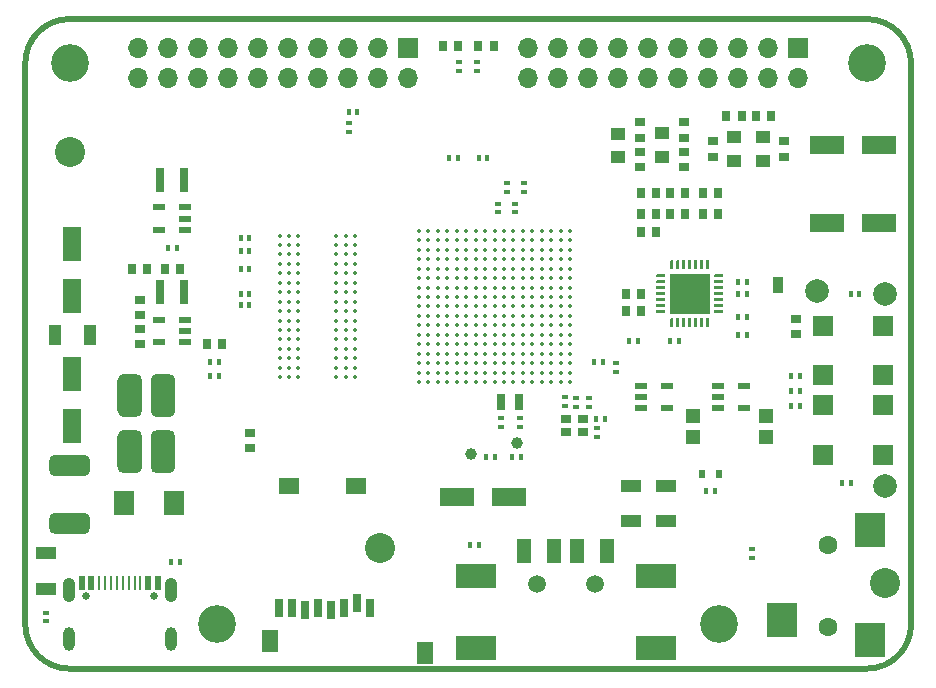
<source format=gbr>
%TF.GenerationSoftware,KiCad,Pcbnew,(5.1.10-1-10_14)*%
%TF.CreationDate,2021-07-27T15:44:47+02:00*%
%TF.ProjectId,EX-PCB-10108-001,45582d50-4342-42d3-9130-3130382d3030,A*%
%TF.SameCoordinates,Original*%
%TF.FileFunction,Soldermask,Top*%
%TF.FilePolarity,Negative*%
%FSLAX46Y46*%
G04 Gerber Fmt 4.6, Leading zero omitted, Abs format (unit mm)*
G04 Created by KiCad (PCBNEW (5.1.10-1-10_14)) date 2021-07-27 15:44:47*
%MOMM*%
%LPD*%
G01*
G04 APERTURE LIST*
%TA.AperFunction,Profile*%
%ADD10C,0.500000*%
%TD*%
%ADD11O,1.000000X2.000000*%
%ADD12O,1.050000X2.100000*%
%ADD13C,0.650000*%
%ADD14R,0.550000X1.150000*%
%ADD15R,0.250000X1.150000*%
%ADD16R,0.900000X0.800000*%
%ADD17R,0.510000X0.450000*%
%ADD18R,0.450000X0.510000*%
%ADD19C,1.000000*%
%ADD20R,0.810000X0.710000*%
%ADD21R,0.800000X1.500000*%
%ADD22R,1.400000X1.900000*%
%ADD23R,1.800000X1.400000*%
%ADD24R,0.710000X0.810000*%
%ADD25R,3.350000X3.350000*%
%ADD26R,1.060000X0.500000*%
%ADD27C,2.000000*%
%ADD28C,2.540000*%
%ADD29R,1.250000X1.150000*%
%ADD30R,1.800000X1.070000*%
%ADD31R,0.600000X0.700000*%
%ADD32R,1.250000X1.000000*%
%ADD33R,3.000000X1.600000*%
%ADD34R,2.550000X2.900000*%
%ADD35C,1.600000*%
%ADD36R,1.700000X1.700000*%
%ADD37O,1.700000X1.700000*%
%ADD38C,1.500000*%
%ADD39R,1.250000X2.000000*%
%ADD40R,3.500000X2.000000*%
%ADD41C,3.200000*%
%ADD42C,0.350000*%
%ADD43R,1.800000X1.800000*%
%ADD44R,1.070000X1.800000*%
%ADD45R,1.750000X2.000000*%
%ADD46R,1.600000X3.000000*%
%ADD47R,0.800000X2.000000*%
%ADD48R,0.700000X1.400000*%
G04 APERTURE END LIST*
D10*
X117700000Y-81500000D02*
G75*
G02*
X121450000Y-85250000I0J-3750000D01*
G01*
X46450000Y-85250000D02*
G75*
G02*
X50200000Y-81500000I3750000J0D01*
G01*
X50200000Y-136500000D02*
G75*
G02*
X46450000Y-132750000I0J3750000D01*
G01*
X121450000Y-132750000D02*
G75*
G02*
X117700000Y-136500000I-3750000J0D01*
G01*
X46450000Y-85250000D02*
X46450000Y-132750000D01*
X117700000Y-136500000D02*
X50200000Y-136500000D01*
X117700000Y-81500000D02*
X50200000Y-81500000D01*
X121450000Y-85250000D02*
X121450000Y-132750000D01*
D11*
X50130000Y-134000000D03*
X58770000Y-134000000D03*
D12*
X50130000Y-129820000D03*
X58770000Y-129820000D03*
D13*
X57340000Y-130320000D03*
X51560000Y-130320000D03*
D14*
X51250000Y-129245000D03*
X57650000Y-129245000D03*
X52050000Y-129245000D03*
X56850000Y-129245000D03*
D15*
X54700000Y-129245000D03*
X54200000Y-129245000D03*
X55200000Y-129245000D03*
X55700000Y-129245000D03*
X56200000Y-129245000D03*
X53700000Y-129245000D03*
X53200000Y-129245000D03*
X52700000Y-129245000D03*
D16*
X92250000Y-116450000D03*
X93650000Y-116450000D03*
X93650000Y-115350000D03*
X92250000Y-115350000D03*
D17*
X94150000Y-113625000D03*
X94150000Y-114375000D03*
X92150000Y-113525000D03*
X92150000Y-114275000D03*
D18*
X65425000Y-100000000D03*
X64675000Y-100000000D03*
X65425000Y-101100000D03*
X64675000Y-101100000D03*
D19*
X88050000Y-117400000D03*
X84200000Y-118300000D03*
D18*
X86225000Y-118550000D03*
X85475000Y-118550000D03*
X87675000Y-118550000D03*
X88425000Y-118550000D03*
D20*
X110200000Y-103700000D03*
X110200000Y-104350000D03*
D18*
X94575000Y-110500000D03*
X95325000Y-110500000D03*
D17*
X96450000Y-111375000D03*
X96450000Y-110625000D03*
D18*
X97575000Y-108750000D03*
X98325000Y-108750000D03*
X101825000Y-108750000D03*
X101075000Y-108750000D03*
X116325000Y-120750000D03*
X115575000Y-120750000D03*
X111325000Y-114250000D03*
X112075000Y-114250000D03*
X112075000Y-111750000D03*
X111325000Y-111750000D03*
X116325000Y-104750000D03*
X117075000Y-104750000D03*
X111325000Y-113000000D03*
X112075000Y-113000000D03*
D17*
X73850000Y-91075000D03*
X73850000Y-90325000D03*
D21*
X75640000Y-131350000D03*
X74540000Y-130950000D03*
X73440000Y-131350000D03*
X72340000Y-131550000D03*
X71240000Y-131350000D03*
X70140000Y-131550000D03*
X69040000Y-131350000D03*
X67940000Y-131350000D03*
D22*
X67150000Y-134200000D03*
X80300000Y-135200000D03*
D23*
X68750000Y-121050000D03*
X74450000Y-121050000D03*
D18*
X85575000Y-93250000D03*
X84825000Y-93250000D03*
X82325000Y-93250000D03*
X83075000Y-93250000D03*
D17*
X88700000Y-95375000D03*
X88700000Y-96125000D03*
X87950000Y-97125000D03*
X87950000Y-97875000D03*
X87200000Y-95375000D03*
X87200000Y-96125000D03*
X86450000Y-97125000D03*
X86450000Y-97875000D03*
D24*
X97305000Y-104750000D03*
X98595000Y-104750000D03*
X97305000Y-106250000D03*
X98595000Y-106250000D03*
D18*
X74575000Y-89400000D03*
X73825000Y-89400000D03*
X106825000Y-104750000D03*
X107575000Y-104750000D03*
X106825000Y-103750000D03*
X107575000Y-103750000D03*
X107575000Y-108250000D03*
X106825000Y-108250000D03*
X107575000Y-106750000D03*
X106825000Y-106750000D03*
G36*
G01*
X101262500Y-107600000D02*
X101137500Y-107600000D01*
G75*
G02*
X101075000Y-107537500I0J62500D01*
G01*
X101075000Y-106862500D01*
G75*
G02*
X101137500Y-106800000I62500J0D01*
G01*
X101262500Y-106800000D01*
G75*
G02*
X101325000Y-106862500I0J-62500D01*
G01*
X101325000Y-107537500D01*
G75*
G02*
X101262500Y-107600000I-62500J0D01*
G01*
G37*
G36*
G01*
X101762500Y-107600000D02*
X101637500Y-107600000D01*
G75*
G02*
X101575000Y-107537500I0J62500D01*
G01*
X101575000Y-106862500D01*
G75*
G02*
X101637500Y-106800000I62500J0D01*
G01*
X101762500Y-106800000D01*
G75*
G02*
X101825000Y-106862500I0J-62500D01*
G01*
X101825000Y-107537500D01*
G75*
G02*
X101762500Y-107600000I-62500J0D01*
G01*
G37*
G36*
G01*
X102262500Y-107600000D02*
X102137500Y-107600000D01*
G75*
G02*
X102075000Y-107537500I0J62500D01*
G01*
X102075000Y-106862500D01*
G75*
G02*
X102137500Y-106800000I62500J0D01*
G01*
X102262500Y-106800000D01*
G75*
G02*
X102325000Y-106862500I0J-62500D01*
G01*
X102325000Y-107537500D01*
G75*
G02*
X102262500Y-107600000I-62500J0D01*
G01*
G37*
G36*
G01*
X102762500Y-107600000D02*
X102637500Y-107600000D01*
G75*
G02*
X102575000Y-107537500I0J62500D01*
G01*
X102575000Y-106862500D01*
G75*
G02*
X102637500Y-106800000I62500J0D01*
G01*
X102762500Y-106800000D01*
G75*
G02*
X102825000Y-106862500I0J-62500D01*
G01*
X102825000Y-107537500D01*
G75*
G02*
X102762500Y-107600000I-62500J0D01*
G01*
G37*
G36*
G01*
X103262500Y-107600000D02*
X103137500Y-107600000D01*
G75*
G02*
X103075000Y-107537500I0J62500D01*
G01*
X103075000Y-106862500D01*
G75*
G02*
X103137500Y-106800000I62500J0D01*
G01*
X103262500Y-106800000D01*
G75*
G02*
X103325000Y-106862500I0J-62500D01*
G01*
X103325000Y-107537500D01*
G75*
G02*
X103262500Y-107600000I-62500J0D01*
G01*
G37*
G36*
G01*
X103762500Y-107600000D02*
X103637500Y-107600000D01*
G75*
G02*
X103575000Y-107537500I0J62500D01*
G01*
X103575000Y-106862500D01*
G75*
G02*
X103637500Y-106800000I62500J0D01*
G01*
X103762500Y-106800000D01*
G75*
G02*
X103825000Y-106862500I0J-62500D01*
G01*
X103825000Y-107537500D01*
G75*
G02*
X103762500Y-107600000I-62500J0D01*
G01*
G37*
G36*
G01*
X104262500Y-107600000D02*
X104137500Y-107600000D01*
G75*
G02*
X104075000Y-107537500I0J62500D01*
G01*
X104075000Y-106862500D01*
G75*
G02*
X104137500Y-106800000I62500J0D01*
G01*
X104262500Y-106800000D01*
G75*
G02*
X104325000Y-106862500I0J-62500D01*
G01*
X104325000Y-107537500D01*
G75*
G02*
X104262500Y-107600000I-62500J0D01*
G01*
G37*
G36*
G01*
X105487500Y-106375000D02*
X104812500Y-106375000D01*
G75*
G02*
X104750000Y-106312500I0J62500D01*
G01*
X104750000Y-106187500D01*
G75*
G02*
X104812500Y-106125000I62500J0D01*
G01*
X105487500Y-106125000D01*
G75*
G02*
X105550000Y-106187500I0J-62500D01*
G01*
X105550000Y-106312500D01*
G75*
G02*
X105487500Y-106375000I-62500J0D01*
G01*
G37*
G36*
G01*
X105487500Y-105875000D02*
X104812500Y-105875000D01*
G75*
G02*
X104750000Y-105812500I0J62500D01*
G01*
X104750000Y-105687500D01*
G75*
G02*
X104812500Y-105625000I62500J0D01*
G01*
X105487500Y-105625000D01*
G75*
G02*
X105550000Y-105687500I0J-62500D01*
G01*
X105550000Y-105812500D01*
G75*
G02*
X105487500Y-105875000I-62500J0D01*
G01*
G37*
G36*
G01*
X105487500Y-105375000D02*
X104812500Y-105375000D01*
G75*
G02*
X104750000Y-105312500I0J62500D01*
G01*
X104750000Y-105187500D01*
G75*
G02*
X104812500Y-105125000I62500J0D01*
G01*
X105487500Y-105125000D01*
G75*
G02*
X105550000Y-105187500I0J-62500D01*
G01*
X105550000Y-105312500D01*
G75*
G02*
X105487500Y-105375000I-62500J0D01*
G01*
G37*
G36*
G01*
X105487500Y-104875000D02*
X104812500Y-104875000D01*
G75*
G02*
X104750000Y-104812500I0J62500D01*
G01*
X104750000Y-104687500D01*
G75*
G02*
X104812500Y-104625000I62500J0D01*
G01*
X105487500Y-104625000D01*
G75*
G02*
X105550000Y-104687500I0J-62500D01*
G01*
X105550000Y-104812500D01*
G75*
G02*
X105487500Y-104875000I-62500J0D01*
G01*
G37*
G36*
G01*
X105487500Y-104375000D02*
X104812500Y-104375000D01*
G75*
G02*
X104750000Y-104312500I0J62500D01*
G01*
X104750000Y-104187500D01*
G75*
G02*
X104812500Y-104125000I62500J0D01*
G01*
X105487500Y-104125000D01*
G75*
G02*
X105550000Y-104187500I0J-62500D01*
G01*
X105550000Y-104312500D01*
G75*
G02*
X105487500Y-104375000I-62500J0D01*
G01*
G37*
G36*
G01*
X105487500Y-103875000D02*
X104812500Y-103875000D01*
G75*
G02*
X104750000Y-103812500I0J62500D01*
G01*
X104750000Y-103687500D01*
G75*
G02*
X104812500Y-103625000I62500J0D01*
G01*
X105487500Y-103625000D01*
G75*
G02*
X105550000Y-103687500I0J-62500D01*
G01*
X105550000Y-103812500D01*
G75*
G02*
X105487500Y-103875000I-62500J0D01*
G01*
G37*
G36*
G01*
X105487500Y-103375000D02*
X104812500Y-103375000D01*
G75*
G02*
X104750000Y-103312500I0J62500D01*
G01*
X104750000Y-103187500D01*
G75*
G02*
X104812500Y-103125000I62500J0D01*
G01*
X105487500Y-103125000D01*
G75*
G02*
X105550000Y-103187500I0J-62500D01*
G01*
X105550000Y-103312500D01*
G75*
G02*
X105487500Y-103375000I-62500J0D01*
G01*
G37*
G36*
G01*
X104262500Y-102700000D02*
X104137500Y-102700000D01*
G75*
G02*
X104075000Y-102637500I0J62500D01*
G01*
X104075000Y-101962500D01*
G75*
G02*
X104137500Y-101900000I62500J0D01*
G01*
X104262500Y-101900000D01*
G75*
G02*
X104325000Y-101962500I0J-62500D01*
G01*
X104325000Y-102637500D01*
G75*
G02*
X104262500Y-102700000I-62500J0D01*
G01*
G37*
G36*
G01*
X103762500Y-102700000D02*
X103637500Y-102700000D01*
G75*
G02*
X103575000Y-102637500I0J62500D01*
G01*
X103575000Y-101962500D01*
G75*
G02*
X103637500Y-101900000I62500J0D01*
G01*
X103762500Y-101900000D01*
G75*
G02*
X103825000Y-101962500I0J-62500D01*
G01*
X103825000Y-102637500D01*
G75*
G02*
X103762500Y-102700000I-62500J0D01*
G01*
G37*
G36*
G01*
X103262500Y-102700000D02*
X103137500Y-102700000D01*
G75*
G02*
X103075000Y-102637500I0J62500D01*
G01*
X103075000Y-101962500D01*
G75*
G02*
X103137500Y-101900000I62500J0D01*
G01*
X103262500Y-101900000D01*
G75*
G02*
X103325000Y-101962500I0J-62500D01*
G01*
X103325000Y-102637500D01*
G75*
G02*
X103262500Y-102700000I-62500J0D01*
G01*
G37*
G36*
G01*
X102762500Y-102700000D02*
X102637500Y-102700000D01*
G75*
G02*
X102575000Y-102637500I0J62500D01*
G01*
X102575000Y-101962500D01*
G75*
G02*
X102637500Y-101900000I62500J0D01*
G01*
X102762500Y-101900000D01*
G75*
G02*
X102825000Y-101962500I0J-62500D01*
G01*
X102825000Y-102637500D01*
G75*
G02*
X102762500Y-102700000I-62500J0D01*
G01*
G37*
G36*
G01*
X102262500Y-102700000D02*
X102137500Y-102700000D01*
G75*
G02*
X102075000Y-102637500I0J62500D01*
G01*
X102075000Y-101962500D01*
G75*
G02*
X102137500Y-101900000I62500J0D01*
G01*
X102262500Y-101900000D01*
G75*
G02*
X102325000Y-101962500I0J-62500D01*
G01*
X102325000Y-102637500D01*
G75*
G02*
X102262500Y-102700000I-62500J0D01*
G01*
G37*
G36*
G01*
X101762500Y-102700000D02*
X101637500Y-102700000D01*
G75*
G02*
X101575000Y-102637500I0J62500D01*
G01*
X101575000Y-101962500D01*
G75*
G02*
X101637500Y-101900000I62500J0D01*
G01*
X101762500Y-101900000D01*
G75*
G02*
X101825000Y-101962500I0J-62500D01*
G01*
X101825000Y-102637500D01*
G75*
G02*
X101762500Y-102700000I-62500J0D01*
G01*
G37*
G36*
G01*
X101262500Y-102700000D02*
X101137500Y-102700000D01*
G75*
G02*
X101075000Y-102637500I0J62500D01*
G01*
X101075000Y-101962500D01*
G75*
G02*
X101137500Y-101900000I62500J0D01*
G01*
X101262500Y-101900000D01*
G75*
G02*
X101325000Y-101962500I0J-62500D01*
G01*
X101325000Y-102637500D01*
G75*
G02*
X101262500Y-102700000I-62500J0D01*
G01*
G37*
G36*
G01*
X100587500Y-103375000D02*
X99912500Y-103375000D01*
G75*
G02*
X99850000Y-103312500I0J62500D01*
G01*
X99850000Y-103187500D01*
G75*
G02*
X99912500Y-103125000I62500J0D01*
G01*
X100587500Y-103125000D01*
G75*
G02*
X100650000Y-103187500I0J-62500D01*
G01*
X100650000Y-103312500D01*
G75*
G02*
X100587500Y-103375000I-62500J0D01*
G01*
G37*
G36*
G01*
X100587500Y-103875000D02*
X99912500Y-103875000D01*
G75*
G02*
X99850000Y-103812500I0J62500D01*
G01*
X99850000Y-103687500D01*
G75*
G02*
X99912500Y-103625000I62500J0D01*
G01*
X100587500Y-103625000D01*
G75*
G02*
X100650000Y-103687500I0J-62500D01*
G01*
X100650000Y-103812500D01*
G75*
G02*
X100587500Y-103875000I-62500J0D01*
G01*
G37*
G36*
G01*
X100587500Y-104375000D02*
X99912500Y-104375000D01*
G75*
G02*
X99850000Y-104312500I0J62500D01*
G01*
X99850000Y-104187500D01*
G75*
G02*
X99912500Y-104125000I62500J0D01*
G01*
X100587500Y-104125000D01*
G75*
G02*
X100650000Y-104187500I0J-62500D01*
G01*
X100650000Y-104312500D01*
G75*
G02*
X100587500Y-104375000I-62500J0D01*
G01*
G37*
G36*
G01*
X100587500Y-104875000D02*
X99912500Y-104875000D01*
G75*
G02*
X99850000Y-104812500I0J62500D01*
G01*
X99850000Y-104687500D01*
G75*
G02*
X99912500Y-104625000I62500J0D01*
G01*
X100587500Y-104625000D01*
G75*
G02*
X100650000Y-104687500I0J-62500D01*
G01*
X100650000Y-104812500D01*
G75*
G02*
X100587500Y-104875000I-62500J0D01*
G01*
G37*
G36*
G01*
X100587500Y-105375000D02*
X99912500Y-105375000D01*
G75*
G02*
X99850000Y-105312500I0J62500D01*
G01*
X99850000Y-105187500D01*
G75*
G02*
X99912500Y-105125000I62500J0D01*
G01*
X100587500Y-105125000D01*
G75*
G02*
X100650000Y-105187500I0J-62500D01*
G01*
X100650000Y-105312500D01*
G75*
G02*
X100587500Y-105375000I-62500J0D01*
G01*
G37*
G36*
G01*
X100587500Y-105875000D02*
X99912500Y-105875000D01*
G75*
G02*
X99850000Y-105812500I0J62500D01*
G01*
X99850000Y-105687500D01*
G75*
G02*
X99912500Y-105625000I62500J0D01*
G01*
X100587500Y-105625000D01*
G75*
G02*
X100650000Y-105687500I0J-62500D01*
G01*
X100650000Y-105812500D01*
G75*
G02*
X100587500Y-105875000I-62500J0D01*
G01*
G37*
G36*
G01*
X100587500Y-106375000D02*
X99912500Y-106375000D01*
G75*
G02*
X99850000Y-106312500I0J62500D01*
G01*
X99850000Y-106187500D01*
G75*
G02*
X99912500Y-106125000I62500J0D01*
G01*
X100587500Y-106125000D01*
G75*
G02*
X100650000Y-106187500I0J-62500D01*
G01*
X100650000Y-106312500D01*
G75*
G02*
X100587500Y-106375000I-62500J0D01*
G01*
G37*
D25*
X102700000Y-104750000D03*
D26*
X100800000Y-112550000D03*
X100800000Y-114450000D03*
X98600000Y-114450000D03*
X98600000Y-113500000D03*
X98600000Y-112550000D03*
X107300000Y-112550000D03*
X107300000Y-114450000D03*
X105100000Y-114450000D03*
X105100000Y-113500000D03*
X105100000Y-112550000D03*
D27*
X119200000Y-121000000D03*
X119200000Y-104750000D03*
X113450000Y-104500000D03*
D17*
X84700000Y-85125000D03*
X84700000Y-85875000D03*
X83200000Y-85875000D03*
X83200000Y-85125000D03*
D24*
X99845000Y-99500000D03*
X98555000Y-99500000D03*
X105095000Y-96250000D03*
X103805000Y-96250000D03*
X101055000Y-96250000D03*
X102345000Y-96250000D03*
X101055000Y-98000000D03*
X102345000Y-98000000D03*
X103805000Y-98000000D03*
X105095000Y-98000000D03*
D20*
X111700000Y-106855000D03*
X111700000Y-108145000D03*
D24*
X107095000Y-89750000D03*
X105805000Y-89750000D03*
X109595000Y-89750000D03*
X108305000Y-89750000D03*
D20*
X110700000Y-93145000D03*
X110700000Y-91855000D03*
X104700000Y-93145000D03*
X104700000Y-91855000D03*
X98500000Y-94045000D03*
X98500000Y-92755000D03*
X98500000Y-91545000D03*
X98500000Y-90255000D03*
X102200000Y-94045000D03*
X102200000Y-92755000D03*
X102200000Y-91545000D03*
X102200000Y-90255000D03*
D18*
X104825000Y-121500000D03*
X104075000Y-121500000D03*
D24*
X63095000Y-109000000D03*
X61805000Y-109000000D03*
D28*
X119200000Y-129250000D03*
D29*
X102950000Y-116875000D03*
X102950000Y-115125000D03*
X109200000Y-116875000D03*
X109200000Y-115125000D03*
D30*
X97700000Y-120995000D03*
X97700000Y-124005000D03*
D31*
X103750000Y-120000000D03*
X105150000Y-120000000D03*
D24*
X83095000Y-83750000D03*
X81805000Y-83750000D03*
X84805000Y-83750000D03*
X86095000Y-83750000D03*
D17*
X107950000Y-127125000D03*
X107950000Y-126375000D03*
D18*
X59575000Y-127500000D03*
X58825000Y-127500000D03*
D24*
X99845000Y-96250000D03*
X98555000Y-96250000D03*
X98555000Y-98000000D03*
X99845000Y-98000000D03*
D32*
X106450000Y-91500000D03*
X106450000Y-93500000D03*
X108950000Y-91500000D03*
X108950000Y-93500000D03*
X96650000Y-93200000D03*
X96650000Y-91200000D03*
X100350000Y-93150000D03*
X100350000Y-91150000D03*
D18*
X84075000Y-126000000D03*
X84825000Y-126000000D03*
D33*
X87400000Y-122000000D03*
X83000000Y-122000000D03*
D34*
X117950000Y-124800000D03*
X117950000Y-134100000D03*
X110550000Y-132350000D03*
D35*
X114450000Y-126000000D03*
X114450000Y-133000000D03*
D36*
X111880000Y-83980000D03*
D37*
X111880000Y-86520000D03*
X109340000Y-83980000D03*
X109340000Y-86520000D03*
X106800000Y-83980000D03*
X106800000Y-86520000D03*
X104260000Y-83980000D03*
X104260000Y-86520000D03*
X101720000Y-83980000D03*
X101720000Y-86520000D03*
X99180000Y-83980000D03*
X99180000Y-86520000D03*
X96640000Y-83980000D03*
X96640000Y-86520000D03*
X94100000Y-83980000D03*
X94100000Y-86520000D03*
X91560000Y-83980000D03*
X91560000Y-86520000D03*
X89020000Y-83980000D03*
X89020000Y-86520000D03*
D36*
X78880000Y-83980000D03*
D37*
X78880000Y-86520000D03*
X76340000Y-83980000D03*
X76340000Y-86520000D03*
X73800000Y-83980000D03*
X73800000Y-86520000D03*
X71260000Y-83980000D03*
X71260000Y-86520000D03*
X68720000Y-83980000D03*
X68720000Y-86520000D03*
X66180000Y-83980000D03*
X66180000Y-86520000D03*
X63640000Y-83980000D03*
X63640000Y-86520000D03*
X61100000Y-83980000D03*
X61100000Y-86520000D03*
X58560000Y-83980000D03*
X58560000Y-86520000D03*
X56020000Y-83980000D03*
X56020000Y-86520000D03*
D19*
X98800000Y-128650000D03*
X100000000Y-128650000D03*
X100000000Y-134750000D03*
X98800000Y-134750000D03*
X84400000Y-134750000D03*
X85600000Y-134750000D03*
X84400000Y-128650000D03*
X85600000Y-128650000D03*
D38*
X94650000Y-129350000D03*
X89750000Y-129350000D03*
D39*
X88700000Y-126550000D03*
X95700000Y-126550000D03*
X91200000Y-126550000D03*
D40*
X84575000Y-128650000D03*
X99825000Y-128650000D03*
X99825000Y-134750000D03*
X84575000Y-134750000D03*
D39*
X93200000Y-126550000D03*
D41*
X50200000Y-85250000D03*
D42*
X92580000Y-112230000D03*
X92580000Y-111430000D03*
X92580000Y-110630000D03*
X92580000Y-109830000D03*
X92580000Y-109030000D03*
X92580000Y-108230000D03*
X92580000Y-107430000D03*
X92580000Y-106630000D03*
X92580000Y-105830000D03*
X92580000Y-105030000D03*
X92580000Y-104230000D03*
X92580000Y-103430000D03*
X92580000Y-102630000D03*
X92580000Y-101830000D03*
X92580000Y-101030000D03*
X92580000Y-100230000D03*
X92580000Y-99430000D03*
X91780000Y-112230000D03*
X91780000Y-111430000D03*
X91780000Y-110630000D03*
X91780000Y-109830000D03*
X91780000Y-109030000D03*
X91780000Y-108230000D03*
X91780000Y-107430000D03*
X91780000Y-106630000D03*
X91780000Y-105830000D03*
X91780000Y-105030000D03*
X91780000Y-104230000D03*
X91780000Y-103430000D03*
X91780000Y-102630000D03*
X91780000Y-101830000D03*
X91780000Y-101030000D03*
X91780000Y-100230000D03*
X91780000Y-99430000D03*
X90980000Y-112230000D03*
X90980000Y-111430000D03*
X90980000Y-110630000D03*
X90980000Y-109830000D03*
X90980000Y-109030000D03*
X90980000Y-108230000D03*
X90980000Y-107430000D03*
X90980000Y-106630000D03*
X90980000Y-105830000D03*
X90980000Y-105030000D03*
X90980000Y-104230000D03*
X90980000Y-103430000D03*
X90980000Y-102630000D03*
X90980000Y-101830000D03*
X90980000Y-101030000D03*
X90980000Y-100230000D03*
X90980000Y-99430000D03*
X90180000Y-112230000D03*
X90180000Y-111430000D03*
X90180000Y-110630000D03*
X90180000Y-109830000D03*
X90180000Y-109030000D03*
X90180000Y-108230000D03*
X90180000Y-107430000D03*
X90180000Y-106630000D03*
X90180000Y-105830000D03*
X90180000Y-105030000D03*
X90180000Y-104230000D03*
X90180000Y-103430000D03*
X90180000Y-102630000D03*
X90180000Y-101830000D03*
X90180000Y-101030000D03*
X90180000Y-100230000D03*
X90180000Y-99430000D03*
X89380000Y-112230000D03*
X89380000Y-111430000D03*
X89380000Y-110630000D03*
X89380000Y-109830000D03*
X89380000Y-109030000D03*
X89380000Y-108230000D03*
X89380000Y-107430000D03*
X89380000Y-106630000D03*
X89380000Y-105830000D03*
X89380000Y-105030000D03*
X89380000Y-104230000D03*
X89380000Y-103430000D03*
X89380000Y-102630000D03*
X89380000Y-101830000D03*
X89380000Y-101030000D03*
X89380000Y-100230000D03*
X89380000Y-99430000D03*
X88580000Y-112230000D03*
X88580000Y-111430000D03*
X88580000Y-110630000D03*
X88580000Y-109830000D03*
X88580000Y-109030000D03*
X88580000Y-108230000D03*
X88580000Y-107430000D03*
X88580000Y-106630000D03*
X88580000Y-105830000D03*
X88580000Y-105030000D03*
X88580000Y-104230000D03*
X88580000Y-103430000D03*
X88580000Y-102630000D03*
X88580000Y-101830000D03*
X88580000Y-101030000D03*
X88580000Y-100230000D03*
X88580000Y-99430000D03*
X87780000Y-112230000D03*
X87780000Y-111430000D03*
X87780000Y-110630000D03*
X87780000Y-109830000D03*
X87780000Y-109030000D03*
X87780000Y-108230000D03*
X87780000Y-107430000D03*
X87780000Y-106630000D03*
X87780000Y-105830000D03*
X87780000Y-105030000D03*
X87780000Y-104230000D03*
X87780000Y-103430000D03*
X87780000Y-102630000D03*
X87780000Y-101830000D03*
X87780000Y-101030000D03*
X87780000Y-100230000D03*
X87780000Y-99430000D03*
X86980000Y-112230000D03*
X86980000Y-111430000D03*
X86980000Y-110630000D03*
X86980000Y-109830000D03*
X86980000Y-109030000D03*
X86980000Y-108230000D03*
X86980000Y-107430000D03*
X86980000Y-106630000D03*
X86980000Y-105830000D03*
X86980000Y-105030000D03*
X86980000Y-104230000D03*
X86980000Y-103430000D03*
X86980000Y-102630000D03*
X86980000Y-101830000D03*
X86980000Y-101030000D03*
X86980000Y-100230000D03*
X86980000Y-99430000D03*
X86180000Y-112230000D03*
X86180000Y-111430000D03*
X86180000Y-110630000D03*
X86180000Y-109830000D03*
X86180000Y-109030000D03*
X86180000Y-108230000D03*
X86180000Y-107430000D03*
X86180000Y-106630000D03*
X86180000Y-105830000D03*
X86180000Y-105030000D03*
X86180000Y-104230000D03*
X86180000Y-103430000D03*
X86180000Y-102630000D03*
X86180000Y-101830000D03*
X86180000Y-101030000D03*
X86180000Y-100230000D03*
X86180000Y-99430000D03*
X85380000Y-112230000D03*
X85380000Y-111430000D03*
X85380000Y-110630000D03*
X85380000Y-109830000D03*
X85380000Y-109030000D03*
X85380000Y-108230000D03*
X85380000Y-107430000D03*
X85380000Y-106630000D03*
X85380000Y-105830000D03*
X85380000Y-105030000D03*
X85380000Y-104230000D03*
X85380000Y-103430000D03*
X85380000Y-102630000D03*
X85380000Y-101830000D03*
X85380000Y-101030000D03*
X85380000Y-100230000D03*
X85380000Y-99430000D03*
X84580000Y-112230000D03*
X84580000Y-111430000D03*
X84580000Y-110630000D03*
X84580000Y-109830000D03*
X84580000Y-109030000D03*
X84580000Y-108230000D03*
X84580000Y-107430000D03*
X84580000Y-106630000D03*
X84580000Y-105830000D03*
X84580000Y-105030000D03*
X84580000Y-104230000D03*
X84580000Y-103430000D03*
X84580000Y-102630000D03*
X84580000Y-101830000D03*
X84580000Y-101030000D03*
X84580000Y-100230000D03*
X84580000Y-99430000D03*
X83780000Y-112230000D03*
X83780000Y-111430000D03*
X83780000Y-110630000D03*
X83780000Y-109830000D03*
X83780000Y-109030000D03*
X83780000Y-108230000D03*
X83780000Y-107430000D03*
X83780000Y-106630000D03*
X83780000Y-105830000D03*
X83780000Y-105030000D03*
X83780000Y-104230000D03*
X83780000Y-103430000D03*
X83780000Y-102630000D03*
X83780000Y-101830000D03*
X83780000Y-101030000D03*
X83780000Y-100230000D03*
X83780000Y-99430000D03*
X82980000Y-112230000D03*
X82980000Y-111430000D03*
X82980000Y-110630000D03*
X82980000Y-109830000D03*
X82980000Y-109030000D03*
X82980000Y-108230000D03*
X82980000Y-107430000D03*
X82980000Y-106630000D03*
X82980000Y-105830000D03*
X82980000Y-105030000D03*
X82980000Y-104230000D03*
X82980000Y-103430000D03*
X82980000Y-102630000D03*
X82980000Y-101830000D03*
X82980000Y-101030000D03*
X82980000Y-100230000D03*
X82980000Y-99430000D03*
X82180000Y-112230000D03*
X82180000Y-111430000D03*
X82180000Y-110630000D03*
X82180000Y-109830000D03*
X82180000Y-109030000D03*
X82180000Y-108230000D03*
X82180000Y-107430000D03*
X82180000Y-106630000D03*
X82180000Y-105830000D03*
X82180000Y-105030000D03*
X82180000Y-104230000D03*
X82180000Y-103430000D03*
X82180000Y-102630000D03*
X82180000Y-101830000D03*
X82180000Y-101030000D03*
X82180000Y-100230000D03*
X82180000Y-99430000D03*
X81380000Y-112230000D03*
X81380000Y-111430000D03*
X81380000Y-110630000D03*
X81380000Y-109830000D03*
X81380000Y-109030000D03*
X81380000Y-108230000D03*
X81380000Y-107430000D03*
X81380000Y-106630000D03*
X81380000Y-105830000D03*
X81380000Y-105030000D03*
X81380000Y-104230000D03*
X81380000Y-103430000D03*
X81380000Y-102630000D03*
X81380000Y-101830000D03*
X81380000Y-101030000D03*
X81380000Y-100230000D03*
X81380000Y-99430000D03*
X80580000Y-112230000D03*
X80580000Y-111430000D03*
X80580000Y-110630000D03*
X80580000Y-109830000D03*
X80580000Y-109030000D03*
X80580000Y-108230000D03*
X80580000Y-107430000D03*
X80580000Y-106630000D03*
X80580000Y-105830000D03*
X80580000Y-105030000D03*
X80580000Y-104230000D03*
X80580000Y-103430000D03*
X80580000Y-102630000D03*
X80580000Y-101830000D03*
X80580000Y-101030000D03*
X80580000Y-100230000D03*
X80580000Y-99430000D03*
X79780000Y-112230000D03*
X79780000Y-111430000D03*
X79780000Y-110630000D03*
X79780000Y-109830000D03*
X79780000Y-109030000D03*
X79780000Y-108230000D03*
X79780000Y-107430000D03*
X79780000Y-106630000D03*
X79780000Y-105830000D03*
X79780000Y-105030000D03*
X79780000Y-104230000D03*
X79780000Y-103430000D03*
X79780000Y-102630000D03*
X79780000Y-101830000D03*
X79780000Y-101030000D03*
X79780000Y-100230000D03*
X79780000Y-99430000D03*
D43*
X114010000Y-114205000D03*
X119090000Y-114205000D03*
X119090000Y-118395000D03*
X114010000Y-118395000D03*
X119090000Y-111645000D03*
X114010000Y-111645000D03*
X114010000Y-107455000D03*
X119090000Y-107455000D03*
D17*
X48200000Y-131750000D03*
X48200000Y-132500000D03*
D41*
X62700000Y-132750000D03*
X117700000Y-85250000D03*
X105200000Y-132750000D03*
G36*
G01*
X55821250Y-119955000D02*
X54778750Y-119955000D01*
G75*
G02*
X54257500Y-119433750I0J521250D01*
G01*
X54257500Y-116816250D01*
G75*
G02*
X54778750Y-116295000I521250J0D01*
G01*
X55821250Y-116295000D01*
G75*
G02*
X56342500Y-116816250I0J-521250D01*
G01*
X56342500Y-119433750D01*
G75*
G02*
X55821250Y-119955000I-521250J0D01*
G01*
G37*
G36*
G01*
X58621250Y-119955000D02*
X57578750Y-119955000D01*
G75*
G02*
X57057500Y-119433750I0J521250D01*
G01*
X57057500Y-116816250D01*
G75*
G02*
X57578750Y-116295000I521250J0D01*
G01*
X58621250Y-116295000D01*
G75*
G02*
X59142500Y-116816250I0J-521250D01*
G01*
X59142500Y-119433750D01*
G75*
G02*
X58621250Y-119955000I-521250J0D01*
G01*
G37*
G36*
G01*
X58621250Y-115205000D02*
X57578750Y-115205000D01*
G75*
G02*
X57057500Y-114683750I0J521250D01*
G01*
X57057500Y-112066250D01*
G75*
G02*
X57578750Y-111545000I521250J0D01*
G01*
X58621250Y-111545000D01*
G75*
G02*
X59142500Y-112066250I0J-521250D01*
G01*
X59142500Y-114683750D01*
G75*
G02*
X58621250Y-115205000I-521250J0D01*
G01*
G37*
G36*
G01*
X55821250Y-115205000D02*
X54778750Y-115205000D01*
G75*
G02*
X54257500Y-114683750I0J521250D01*
G01*
X54257500Y-112066250D01*
G75*
G02*
X54778750Y-111545000I521250J0D01*
G01*
X55821250Y-111545000D01*
G75*
G02*
X56342500Y-112066250I0J-521250D01*
G01*
X56342500Y-114683750D01*
G75*
G02*
X55821250Y-115205000I-521250J0D01*
G01*
G37*
D30*
X100700000Y-124005000D03*
X100700000Y-120995000D03*
D44*
X48945000Y-108250000D03*
X51955000Y-108250000D03*
G36*
G01*
X48888500Y-118425000D02*
X51511500Y-118425000D01*
G75*
G02*
X51900000Y-118813500I0J-388500D01*
G01*
X51900000Y-119786500D01*
G75*
G02*
X51511500Y-120175000I-388500J0D01*
G01*
X48888500Y-120175000D01*
G75*
G02*
X48500000Y-119786500I0J388500D01*
G01*
X48500000Y-118813500D01*
G75*
G02*
X48888500Y-118425000I388500J0D01*
G01*
G37*
G36*
G01*
X48888500Y-123325000D02*
X51511500Y-123325000D01*
G75*
G02*
X51900000Y-123713500I0J-388500D01*
G01*
X51900000Y-124686500D01*
G75*
G02*
X51511500Y-125075000I-388500J0D01*
G01*
X48888500Y-125075000D01*
G75*
G02*
X48500000Y-124686500I0J388500D01*
G01*
X48500000Y-123713500D01*
G75*
G02*
X48888500Y-123325000I388500J0D01*
G01*
G37*
D45*
X59050000Y-122500000D03*
X54850000Y-122500000D03*
D30*
X48200000Y-126745000D03*
X48200000Y-129755000D03*
D33*
X114350000Y-98730000D03*
X118750000Y-98730000D03*
X114350000Y-92150000D03*
X118750000Y-92150000D03*
D46*
X50450000Y-111550000D03*
X50450000Y-115950000D03*
X50450000Y-104950000D03*
X50450000Y-100550000D03*
D28*
X76450000Y-126250000D03*
X50200000Y-92750000D03*
D26*
X57800000Y-99350000D03*
X57800000Y-97450000D03*
X60000000Y-97450000D03*
X60000000Y-98400000D03*
X60000000Y-99350000D03*
D18*
X59275000Y-100900000D03*
X58525000Y-100900000D03*
D20*
X56150000Y-106545000D03*
X56150000Y-105255000D03*
X65450000Y-117845000D03*
X65450000Y-116555000D03*
D26*
X57800000Y-108850000D03*
X57800000Y-106950000D03*
X60000000Y-106950000D03*
X60000000Y-107900000D03*
X60000000Y-108850000D03*
D18*
X62825000Y-110500000D03*
X62075000Y-110500000D03*
X62825000Y-111750000D03*
X62075000Y-111750000D03*
D20*
X56150000Y-107755000D03*
X56150000Y-109045000D03*
D47*
X57900000Y-104650000D03*
X59900000Y-104650000D03*
D17*
X93100000Y-114325000D03*
X93100000Y-113575000D03*
D18*
X94750000Y-115325000D03*
X95500000Y-115325000D03*
D17*
X94825000Y-116900000D03*
X94825000Y-116150000D03*
D18*
X64675000Y-102700000D03*
X65425000Y-102700000D03*
X65425000Y-104750000D03*
X64675000Y-104750000D03*
X65425000Y-105750000D03*
X64675000Y-105750000D03*
D48*
X88250000Y-113950000D03*
X86750000Y-113950000D03*
D42*
X74380000Y-111830000D03*
X74380000Y-111030000D03*
X74380000Y-110230000D03*
X74380000Y-109430000D03*
X74380000Y-108630000D03*
X74380000Y-107830000D03*
X74380000Y-107030000D03*
X74380000Y-106230000D03*
X74380000Y-105430000D03*
X74380000Y-104630000D03*
X74380000Y-103830000D03*
X74380000Y-103030000D03*
X74380000Y-102230000D03*
X74380000Y-101430000D03*
X74380000Y-100630000D03*
X74380000Y-99830000D03*
X73580000Y-99830000D03*
X73580000Y-100630000D03*
X73580000Y-101430000D03*
X73580000Y-102230000D03*
X73580000Y-103030000D03*
X73580000Y-103830000D03*
X73580000Y-104630000D03*
X73580000Y-105430000D03*
X73580000Y-106230000D03*
X73580000Y-107030000D03*
X73580000Y-107830000D03*
X73580000Y-108630000D03*
X73580000Y-109430000D03*
X73580000Y-110230000D03*
X73580000Y-111030000D03*
X73580000Y-111830000D03*
X72780000Y-111830000D03*
X72780000Y-111030000D03*
X72780000Y-110230000D03*
X72780000Y-109430000D03*
X72780000Y-108630000D03*
X72780000Y-107830000D03*
X72780000Y-107030000D03*
X72780000Y-106230000D03*
X72780000Y-105430000D03*
X72780000Y-104630000D03*
X72780000Y-103830000D03*
X72780000Y-103030000D03*
X72780000Y-102230000D03*
X72780000Y-101430000D03*
X72780000Y-100630000D03*
X72780000Y-99830000D03*
X69580000Y-111830000D03*
X69580000Y-111030000D03*
X69580000Y-110230000D03*
X69580000Y-109430000D03*
X69580000Y-108630000D03*
X69580000Y-107830000D03*
X69580000Y-107030000D03*
X69580000Y-106230000D03*
X69580000Y-105430000D03*
X69580000Y-104630000D03*
X69580000Y-103830000D03*
X69580000Y-103030000D03*
X69580000Y-102230000D03*
X69580000Y-101430000D03*
X69580000Y-100630000D03*
X69580000Y-99830000D03*
X68780000Y-99830000D03*
X68780000Y-100630000D03*
X68780000Y-101430000D03*
X68780000Y-102230000D03*
X68780000Y-103030000D03*
X68780000Y-103830000D03*
X68780000Y-104630000D03*
X68780000Y-105430000D03*
X68780000Y-106230000D03*
X68780000Y-107030000D03*
X68780000Y-107830000D03*
X68780000Y-108630000D03*
X68780000Y-109430000D03*
X68780000Y-110230000D03*
X68780000Y-111030000D03*
X68780000Y-111830000D03*
X67980000Y-111830000D03*
X67980000Y-111030000D03*
X67980000Y-110230000D03*
X67980000Y-109430000D03*
X67980000Y-108630000D03*
X67980000Y-107830000D03*
X67980000Y-107030000D03*
X67980000Y-106230000D03*
X67980000Y-105430000D03*
X67980000Y-104630000D03*
X67980000Y-103830000D03*
X67980000Y-103030000D03*
X67980000Y-102230000D03*
X67980000Y-101430000D03*
X67980000Y-100630000D03*
X67980000Y-99830000D03*
D47*
X57900000Y-95150000D03*
X59900000Y-95150000D03*
D24*
X58255000Y-102650000D03*
X59545000Y-102650000D03*
D17*
X88300000Y-116025000D03*
X88300000Y-115275000D03*
X86750000Y-116025000D03*
X86750000Y-115275000D03*
D24*
X56795000Y-102650000D03*
X55505000Y-102650000D03*
M02*

</source>
